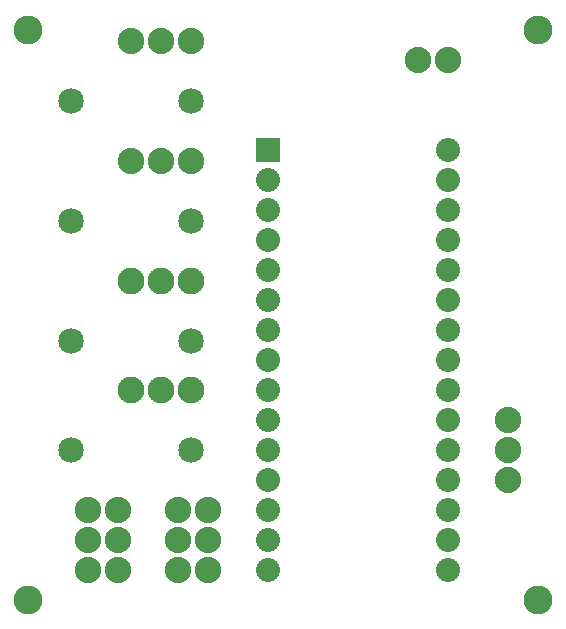
<source format=gbs>
G04 MADE WITH FRITZING*
G04 WWW.FRITZING.ORG*
G04 DOUBLE SIDED*
G04 HOLES PLATED*
G04 CONTOUR ON CENTER OF CONTOUR VECTOR*
%ASAXBY*%
%FSLAX23Y23*%
%MOIN*%
%OFA0B0*%
%SFA1.0B1.0*%
%ADD10C,0.096614*%
%ADD11C,0.080000*%
%ADD12C,0.088000*%
%ADD13C,0.085000*%
%ADD14C,0.089370*%
%ADD15R,0.079972X0.080000*%
%LNMASK0*%
G90*
G70*
G54D10*
X130Y165D03*
X1830Y165D03*
X130Y2065D03*
X1830Y2065D03*
G54D11*
X930Y1665D03*
X930Y1565D03*
X930Y1465D03*
X930Y1365D03*
X930Y1265D03*
X930Y1165D03*
X930Y1065D03*
X930Y965D03*
X930Y865D03*
X930Y765D03*
X930Y665D03*
X930Y565D03*
X930Y465D03*
X930Y365D03*
X930Y265D03*
X1530Y1665D03*
X1530Y1565D03*
X1530Y1465D03*
X1530Y1365D03*
X1530Y1265D03*
X1530Y1165D03*
X1530Y1065D03*
X1530Y965D03*
X1530Y865D03*
X1530Y765D03*
X1530Y665D03*
X1530Y565D03*
X1530Y465D03*
X1530Y365D03*
X1530Y265D03*
G54D12*
X1730Y765D03*
X1730Y665D03*
X1730Y565D03*
X674Y2026D03*
X574Y2026D03*
X474Y2026D03*
X674Y1626D03*
X574Y1626D03*
X474Y1626D03*
X730Y265D03*
X630Y265D03*
X730Y365D03*
X630Y365D03*
X430Y265D03*
X330Y265D03*
X430Y365D03*
X330Y365D03*
X430Y465D03*
X330Y465D03*
X730Y465D03*
X630Y465D03*
X1530Y1965D03*
X1430Y1965D03*
G54D13*
X274Y1026D03*
X674Y1026D03*
X274Y1426D03*
X674Y1426D03*
X274Y1826D03*
X674Y1826D03*
G54D14*
X674Y865D03*
X574Y865D03*
X474Y865D03*
X674Y1226D03*
X574Y1226D03*
X474Y1226D03*
G54D13*
X273Y665D03*
X673Y665D03*
G54D15*
X930Y1665D03*
G04 End of Mask0*
M02*
</source>
